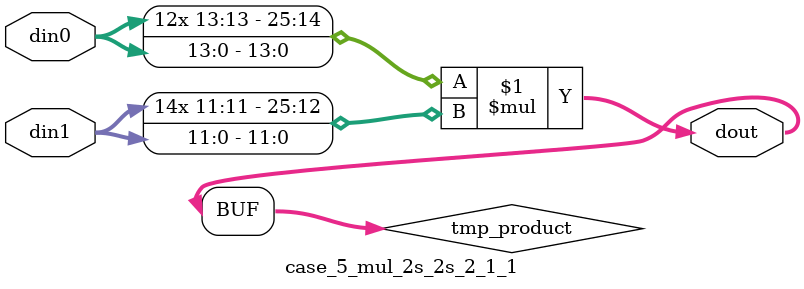
<source format=v>

`timescale 1 ns / 1 ps

 module case_5_mul_2s_2s_2_1_1(din0, din1, dout);
parameter ID = 1;
parameter NUM_STAGE = 0;
parameter din0_WIDTH = 14;
parameter din1_WIDTH = 12;
parameter dout_WIDTH = 26;

input [din0_WIDTH - 1 : 0] din0; 
input [din1_WIDTH - 1 : 0] din1; 
output [dout_WIDTH - 1 : 0] dout;

wire signed [dout_WIDTH - 1 : 0] tmp_product;



























assign tmp_product = $signed(din0) * $signed(din1);








assign dout = tmp_product;





















endmodule

</source>
